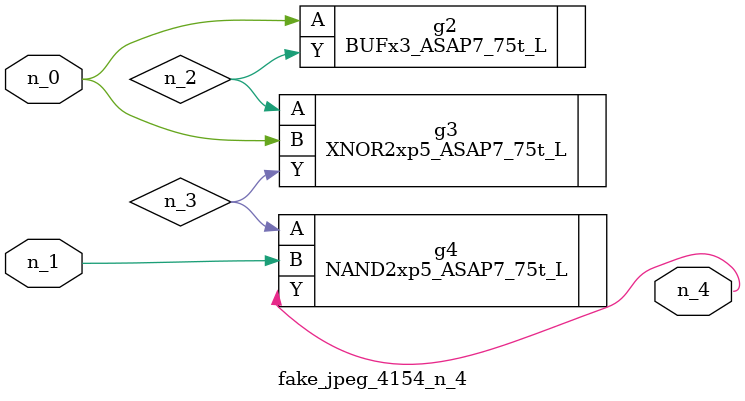
<source format=v>
module fake_jpeg_4154_n_4 (n_0, n_1, n_4);

input n_0;
input n_1;

output n_4;

wire n_2;
wire n_3;

BUFx3_ASAP7_75t_L g2 ( 
.A(n_0),
.Y(n_2)
);

XNOR2xp5_ASAP7_75t_L g3 ( 
.A(n_2),
.B(n_0),
.Y(n_3)
);

NAND2xp5_ASAP7_75t_L g4 ( 
.A(n_3),
.B(n_1),
.Y(n_4)
);


endmodule
</source>
